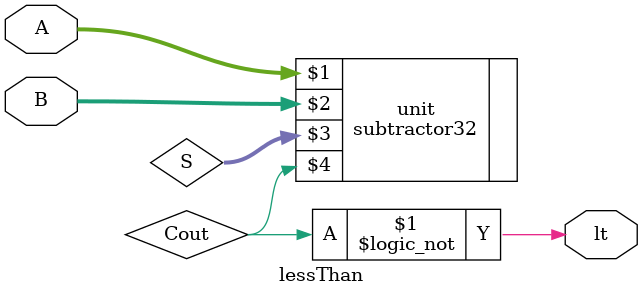
<source format=v>
`timescale 1ns / 1ps


module lessThan(
    input[31:0] A, B,
    output lt
    );
    
    wire [31:0] S;
    wire Cout;
    subtractor32 unit(A, B, S, Cout);
    assign lt = !Cout;
    
endmodule

</source>
